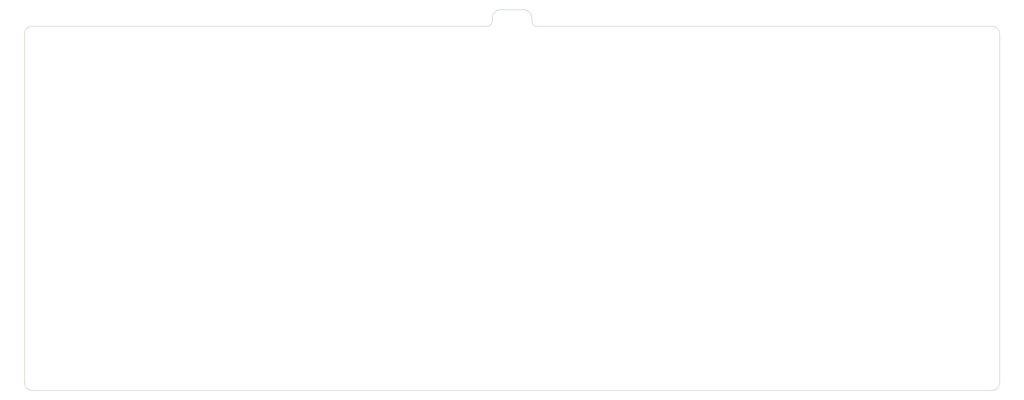
<source format=gbr>
G04 #@! TF.GenerationSoftware,KiCad,Pcbnew,7.0.1*
G04 #@! TF.CreationDate,2023-03-27T23:46:52-04:00*
G04 #@! TF.ProjectId,Boston-keyboard-V08JHA,426f7374-6f6e-42d6-9b65-79626f617264,rev?*
G04 #@! TF.SameCoordinates,Original*
G04 #@! TF.FileFunction,Profile,NP*
%FSLAX46Y46*%
G04 Gerber Fmt 4.6, Leading zero omitted, Abs format (unit mm)*
G04 Created by KiCad (PCBNEW 7.0.1) date 2023-03-27 23:46:52*
%MOMM*%
%LPD*%
G01*
G04 APERTURE LIST*
G04 #@! TA.AperFunction,Profile*
%ADD10C,0.050000*%
G04 #@! TD*
G04 APERTURE END LIST*
D10*
X448475000Y-31000000D02*
G75*
G03*
X445475000Y-28000000I-3000000J0D01*
G01*
X55000000Y-31000000D02*
X55000000Y-172000000D01*
X259737000Y-26000000D02*
G75*
G03*
X261737000Y-28000000I2000000J0D01*
G01*
X448475000Y-31000000D02*
X448475000Y-172000000D01*
X55000000Y-172000000D02*
G75*
G03*
X58000000Y-175000000I3000000J0D01*
G01*
X445475000Y-175000000D02*
G75*
G03*
X448475000Y-172000000I0J3000000D01*
G01*
X259737000Y-24800000D02*
G75*
G03*
X256237000Y-21300000I-3500000J0D01*
G01*
X243737000Y-24800000D02*
X243737000Y-26000000D01*
X241737000Y-28000000D02*
X58000000Y-28000000D01*
X58000000Y-28000000D02*
G75*
G03*
X55000000Y-31000000I0J-3000000D01*
G01*
X241737000Y-28000000D02*
G75*
G03*
X243737000Y-26000000I0J2000000D01*
G01*
X247237000Y-21300000D02*
G75*
G03*
X243737000Y-24800000I0J-3500000D01*
G01*
X445475000Y-175000000D02*
X58000000Y-175000000D01*
X247237000Y-21300000D02*
X256237000Y-21300000D01*
X259737000Y-24800000D02*
X259737000Y-26000000D01*
X261737000Y-28000000D02*
X445475000Y-28000000D01*
M02*

</source>
